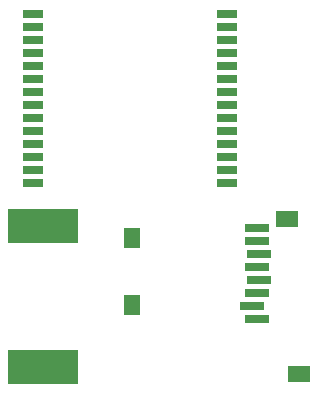
<source format=gbr>
G04 #@! TF.GenerationSoftware,KiCad,Pcbnew,(5.1.8)-1*
G04 #@! TF.CreationDate,2021-06-06T23:51:57+02:00*
G04 #@! TF.ProjectId,trick-tracker,74726963-6b2d-4747-9261-636b65722e6b,rev?*
G04 #@! TF.SameCoordinates,Original*
G04 #@! TF.FileFunction,Paste,Bot*
G04 #@! TF.FilePolarity,Positive*
%FSLAX46Y46*%
G04 Gerber Fmt 4.6, Leading zero omitted, Abs format (unit mm)*
G04 Created by KiCad (PCBNEW (5.1.8)-1) date 2021-06-06 23:51:57*
%MOMM*%
%LPD*%
G01*
G04 APERTURE LIST*
%ADD10R,2.000000X0.800000*%
%ADD11R,1.400000X1.800000*%
%ADD12R,1.900000X1.400000*%
%ADD13R,6.000000X3.000000*%
%ADD14R,1.700000X0.800000*%
G04 APERTURE END LIST*
D10*
G04 #@! TO.C,J4*
X156260000Y-125384000D03*
X155860000Y-124284000D03*
X156260000Y-123184000D03*
X156460000Y-122084000D03*
X156260000Y-120984000D03*
X156460000Y-119884000D03*
X156260000Y-118784000D03*
X156260000Y-117684000D03*
D11*
X145710000Y-118494000D03*
X145710000Y-124194000D03*
D12*
X158860000Y-116894000D03*
X159860000Y-130044000D03*
G04 #@! TD*
D13*
G04 #@! TO.C,P1*
X138176000Y-117544000D03*
X138176000Y-129444000D03*
G04 #@! TD*
D14*
G04 #@! TO.C,U1*
X137370000Y-113868000D03*
X137370000Y-112768000D03*
X137370000Y-111668000D03*
X137370000Y-110568000D03*
X137370000Y-109468000D03*
X137370000Y-108368000D03*
X137370000Y-107268000D03*
X137370000Y-106168000D03*
X137370000Y-105068000D03*
X137370000Y-103968000D03*
X137370000Y-102868000D03*
X137370000Y-101768000D03*
X137370000Y-100668000D03*
X137370000Y-99568000D03*
X153770000Y-113868000D03*
X153770000Y-112768000D03*
X153770000Y-111668000D03*
X153770000Y-110568000D03*
X153770000Y-109468000D03*
X153770000Y-108368000D03*
X153770000Y-107268000D03*
X153770000Y-106168000D03*
X153770000Y-105068000D03*
X153770000Y-103968000D03*
X153770000Y-102868000D03*
X153770000Y-101768000D03*
X153770000Y-100668000D03*
X153770000Y-99568000D03*
G04 #@! TD*
M02*

</source>
